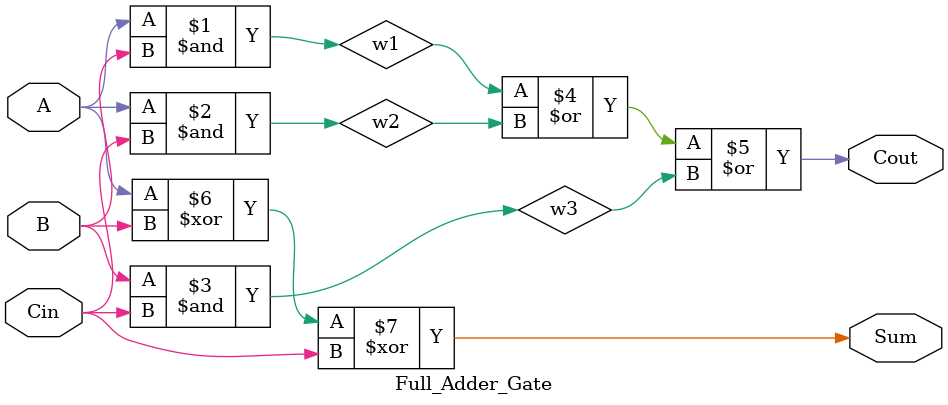
<source format=v>
`timescale 1ns / 1ps


module Full_Adder_Gate(
    input A,
    input B,
    input Cin,
    output Sum,
    output Cout
    );
    
    wire w1, w2, w3;
    
    and AND1(w1,A, B);
    and AND2(w2,A, Cin);
    and AND3(w3,B, Cin);
    
    or OR1(Cout, w1, w2, w3);
    xor XOR1(Sum, A, B, Cin);
    
endmodule

</source>
